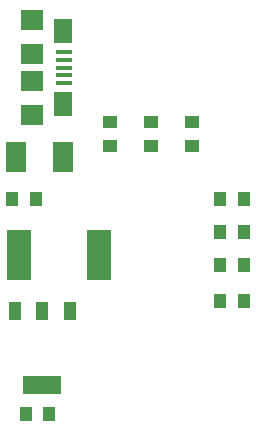
<source format=gbp>
G04*
G04 #@! TF.GenerationSoftware,Altium Limited,Altium Designer,20.0.14 (345)*
G04*
G04 Layer_Color=128*
%FSAX44Y44*%
%MOMM*%
G71*
G01*
G75*
%ADD13R,1.2500X1.0000*%
%ADD14R,1.0000X1.2500*%
%ADD40R,1.4000X0.4000*%
%ADD41R,1.6000X2.1000*%
%ADD42R,1.9000X1.8000*%
%ADD43R,1.9000X1.7500*%
%ADD44R,3.3000X1.5000*%
%ADD45R,1.0000X1.5000*%
%ADD46R,2.0000X4.3000*%
%ADD47R,1.7000X2.5000*%
D13*
X00442696Y00853192D02*
D03*
Y00833192D02*
D03*
X00408027Y00833192D02*
D03*
Y00853193D02*
D03*
X00373239Y00833192D02*
D03*
Y00853192D02*
D03*
D14*
X00322000Y00606000D02*
D03*
X00302000D02*
D03*
X00487000Y00788000D02*
D03*
X00467000D02*
D03*
X00487000Y00702012D02*
D03*
X00467000D02*
D03*
X00487000Y00760718D02*
D03*
X00467000D02*
D03*
X00487000Y00732689D02*
D03*
X00467000D02*
D03*
X00290525Y00788000D02*
D03*
X00310525D02*
D03*
D40*
X00334293Y00886589D02*
D03*
Y00893089D02*
D03*
Y00899589D02*
D03*
Y00906089D02*
D03*
Y00912589D02*
D03*
D41*
X00333293Y00868589D02*
D03*
Y00930589D02*
D03*
D42*
X00307793Y00859589D02*
D03*
Y00939589D02*
D03*
D43*
Y00888339D02*
D03*
Y00910839D02*
D03*
D44*
X00316275Y00630588D02*
D03*
D45*
X00339275Y00693588D02*
D03*
X00293275D02*
D03*
X00316275D02*
D03*
D46*
X00364024Y00740907D02*
D03*
X00296024D02*
D03*
D47*
X00294025Y00823775D02*
D03*
X00334025D02*
D03*
M02*

</source>
